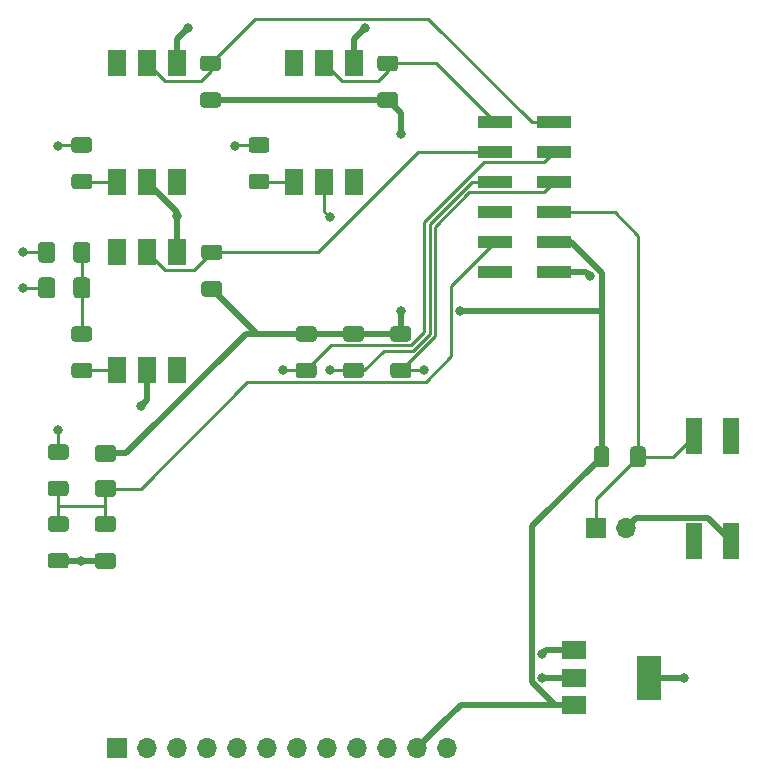
<source format=gbr>
%TF.GenerationSoftware,KiCad,Pcbnew,5.1.10*%
%TF.CreationDate,2021-09-26T09:29:56+10:00*%
%TF.ProjectId,pcb-sensor,7063622d-7365-46e7-936f-722e6b696361,rev?*%
%TF.SameCoordinates,Original*%
%TF.FileFunction,Copper,L1,Top*%
%TF.FilePolarity,Positive*%
%FSLAX46Y46*%
G04 Gerber Fmt 4.6, Leading zero omitted, Abs format (unit mm)*
G04 Created by KiCad (PCBNEW 5.1.10) date 2021-09-26 09:29:56*
%MOMM*%
%LPD*%
G01*
G04 APERTURE LIST*
%TA.AperFunction,SMDPad,CuDef*%
%ADD10R,1.500000X2.300000*%
%TD*%
%TA.AperFunction,SMDPad,CuDef*%
%ADD11R,2.000000X1.500000*%
%TD*%
%TA.AperFunction,SMDPad,CuDef*%
%ADD12R,2.000000X3.800000*%
%TD*%
%TA.AperFunction,ComponentPad*%
%ADD13O,1.700000X1.700000*%
%TD*%
%TA.AperFunction,ComponentPad*%
%ADD14R,1.700000X1.700000*%
%TD*%
%TA.AperFunction,SMDPad,CuDef*%
%ADD15R,1.400000X3.100000*%
%TD*%
%TA.AperFunction,SMDPad,CuDef*%
%ADD16R,3.000000X1.000000*%
%TD*%
%TA.AperFunction,ViaPad*%
%ADD17C,0.800000*%
%TD*%
%TA.AperFunction,Conductor*%
%ADD18C,0.500000*%
%TD*%
%TA.AperFunction,Conductor*%
%ADD19C,0.250000*%
%TD*%
G04 APERTURE END LIST*
D10*
%TO.P,U2,6*%
%TO.N,Net-(U2-Pad6)*%
X136000000Y-64000000D03*
%TO.P,U2,5*%
%TO.N,/PD4*%
X138540000Y-64000000D03*
%TO.P,U2,4*%
%TO.N,GND*%
X141080000Y-64000000D03*
%TO.P,U2,3*%
%TO.N,Net-(U2-Pad3)*%
X141080000Y-74000000D03*
%TO.P,U2,2*%
%TO.N,GND*%
X138540000Y-74000000D03*
%TO.P,U2,1*%
%TO.N,Net-(R4-Pad2)*%
X136000000Y-74000000D03*
%TD*%
%TO.P,U4,6*%
%TO.N,Net-(U4-Pad6)*%
X136000000Y-80000000D03*
%TO.P,U4,5*%
%TO.N,/PD6*%
X138540000Y-80000000D03*
%TO.P,U4,4*%
%TO.N,GND*%
X141080000Y-80000000D03*
%TO.P,U4,3*%
%TO.N,Net-(U4-Pad3)*%
X141080000Y-90000000D03*
%TO.P,U4,2*%
%TO.N,GND*%
X138540000Y-90000000D03*
%TO.P,U4,1*%
%TO.N,Net-(R1-Pad2)*%
X136000000Y-90000000D03*
%TD*%
%TO.P,U3,6*%
%TO.N,Net-(U3-Pad6)*%
X151000000Y-64000000D03*
%TO.P,U3,5*%
%TO.N,/PD5*%
X153540000Y-64000000D03*
%TO.P,U3,4*%
%TO.N,GND*%
X156080000Y-64000000D03*
%TO.P,U3,3*%
%TO.N,Net-(U3-Pad3)*%
X156080000Y-74000000D03*
%TO.P,U3,2*%
%TO.N,/COIL*%
X153540000Y-74000000D03*
%TO.P,U3,1*%
%TO.N,Net-(R7-Pad2)*%
X151000000Y-74000000D03*
%TD*%
D11*
%TO.P,U1,1*%
%TO.N,+12V*%
X174700000Y-113700000D03*
%TO.P,U1,3*%
%TO.N,+5V*%
X174700000Y-118300000D03*
%TO.P,U1,2*%
%TO.N,GND*%
X174700000Y-116000000D03*
D12*
%TO.P,U1,4*%
X181000000Y-116000000D03*
%TD*%
D13*
%TO.P,J3,2*%
%TO.N,GND*%
X179100000Y-103300000D03*
D14*
%TO.P,J3,1*%
%TO.N,/PD1*%
X176560000Y-103300000D03*
%TD*%
%TO.P,D3,2*%
%TO.N,/ADC7*%
%TA.AperFunction,SMDPad,CuDef*%
G36*
G01*
X134375000Y-99287500D02*
X135625000Y-99287500D01*
G75*
G02*
X135875000Y-99537500I0J-250000D01*
G01*
X135875000Y-100462500D01*
G75*
G02*
X135625000Y-100712500I-250000J0D01*
G01*
X134375000Y-100712500D01*
G75*
G02*
X134125000Y-100462500I0J250000D01*
G01*
X134125000Y-99537500D01*
G75*
G02*
X134375000Y-99287500I250000J0D01*
G01*
G37*
%TD.AperFunction*%
%TO.P,D3,1*%
%TO.N,+5V*%
%TA.AperFunction,SMDPad,CuDef*%
G36*
G01*
X134375000Y-96312500D02*
X135625000Y-96312500D01*
G75*
G02*
X135875000Y-96562500I0J-250000D01*
G01*
X135875000Y-97487500D01*
G75*
G02*
X135625000Y-97737500I-250000J0D01*
G01*
X134375000Y-97737500D01*
G75*
G02*
X134125000Y-97487500I0J250000D01*
G01*
X134125000Y-96562500D01*
G75*
G02*
X134375000Y-96312500I250000J0D01*
G01*
G37*
%TD.AperFunction*%
%TD*%
D13*
%TO.P,J2,12*%
%TO.N,GND*%
X163940000Y-122000000D03*
%TO.P,J2,11*%
%TO.N,+5V*%
X161400000Y-122000000D03*
%TO.P,J2,10*%
%TO.N,/PD2*%
X158860000Y-122000000D03*
%TO.P,J2,9*%
%TO.N,+12V*%
X156320000Y-122000000D03*
%TO.P,J2,8*%
%TO.N,/COIL*%
X153780000Y-122000000D03*
%TO.P,J2,7*%
%TO.N,/NEUTRAL*%
X151240000Y-122000000D03*
%TO.P,J2,6*%
%TO.N,/OIL_PRESSURE*%
X148700000Y-122000000D03*
%TO.P,J2,5*%
%TO.N,/KEY_12V*%
X146160000Y-122000000D03*
%TO.P,J2,4*%
%TO.N,/TURN_SIGNAL_LEFT*%
X143620000Y-122000000D03*
%TO.P,J2,3*%
%TO.N,/TURN_SIGNAL_RIGHT*%
X141080000Y-122000000D03*
%TO.P,J2,2*%
%TO.N,/HIGH_BEAM*%
X138540000Y-122000000D03*
D14*
%TO.P,J2,1*%
%TO.N,GND*%
X136000000Y-122000000D03*
%TD*%
D15*
%TO.P,U5,4*%
%TO.N,/PD1*%
X184800000Y-95550000D03*
%TO.P,U5,2*%
%TO.N,Net-(U5-Pad2)*%
X188000000Y-95550000D03*
%TO.P,U5,1*%
%TO.N,GND*%
X188000000Y-104450000D03*
%TO.P,U5,3*%
%TO.N,Net-(U5-Pad3)*%
X184800000Y-104450000D03*
%TD*%
%TO.P,R12,2*%
%TO.N,/PD1*%
%TA.AperFunction,SMDPad,CuDef*%
G36*
G01*
X179450000Y-97925000D02*
X179450000Y-96675000D01*
G75*
G02*
X179700000Y-96425000I250000J0D01*
G01*
X180500000Y-96425000D01*
G75*
G02*
X180750000Y-96675000I0J-250000D01*
G01*
X180750000Y-97925000D01*
G75*
G02*
X180500000Y-98175000I-250000J0D01*
G01*
X179700000Y-98175000D01*
G75*
G02*
X179450000Y-97925000I0J250000D01*
G01*
G37*
%TD.AperFunction*%
%TO.P,R12,1*%
%TO.N,+5V*%
%TA.AperFunction,SMDPad,CuDef*%
G36*
G01*
X176350000Y-97925000D02*
X176350000Y-96675000D01*
G75*
G02*
X176600000Y-96425000I250000J0D01*
G01*
X177400000Y-96425000D01*
G75*
G02*
X177650000Y-96675000I0J-250000D01*
G01*
X177650000Y-97925000D01*
G75*
G02*
X177400000Y-98175000I-250000J0D01*
G01*
X176600000Y-98175000D01*
G75*
G02*
X176350000Y-97925000I0J250000D01*
G01*
G37*
%TD.AperFunction*%
%TD*%
%TO.P,R11,2*%
%TO.N,/PD2*%
%TA.AperFunction,SMDPad,CuDef*%
G36*
G01*
X159375000Y-89350000D02*
X160625000Y-89350000D01*
G75*
G02*
X160875000Y-89600000I0J-250000D01*
G01*
X160875000Y-90400000D01*
G75*
G02*
X160625000Y-90650000I-250000J0D01*
G01*
X159375000Y-90650000D01*
G75*
G02*
X159125000Y-90400000I0J250000D01*
G01*
X159125000Y-89600000D01*
G75*
G02*
X159375000Y-89350000I250000J0D01*
G01*
G37*
%TD.AperFunction*%
%TO.P,R11,1*%
%TO.N,+5V*%
%TA.AperFunction,SMDPad,CuDef*%
G36*
G01*
X159375000Y-86250000D02*
X160625000Y-86250000D01*
G75*
G02*
X160875000Y-86500000I0J-250000D01*
G01*
X160875000Y-87300000D01*
G75*
G02*
X160625000Y-87550000I-250000J0D01*
G01*
X159375000Y-87550000D01*
G75*
G02*
X159125000Y-87300000I0J250000D01*
G01*
X159125000Y-86500000D01*
G75*
G02*
X159375000Y-86250000I250000J0D01*
G01*
G37*
%TD.AperFunction*%
%TD*%
%TO.P,R10,2*%
%TO.N,/PD6*%
%TA.AperFunction,SMDPad,CuDef*%
G36*
G01*
X144625000Y-80650000D02*
X143375000Y-80650000D01*
G75*
G02*
X143125000Y-80400000I0J250000D01*
G01*
X143125000Y-79600000D01*
G75*
G02*
X143375000Y-79350000I250000J0D01*
G01*
X144625000Y-79350000D01*
G75*
G02*
X144875000Y-79600000I0J-250000D01*
G01*
X144875000Y-80400000D01*
G75*
G02*
X144625000Y-80650000I-250000J0D01*
G01*
G37*
%TD.AperFunction*%
%TO.P,R10,1*%
%TO.N,+5V*%
%TA.AperFunction,SMDPad,CuDef*%
G36*
G01*
X144625000Y-83750000D02*
X143375000Y-83750000D01*
G75*
G02*
X143125000Y-83500000I0J250000D01*
G01*
X143125000Y-82700000D01*
G75*
G02*
X143375000Y-82450000I250000J0D01*
G01*
X144625000Y-82450000D01*
G75*
G02*
X144875000Y-82700000I0J-250000D01*
G01*
X144875000Y-83500000D01*
G75*
G02*
X144625000Y-83750000I-250000J0D01*
G01*
G37*
%TD.AperFunction*%
%TD*%
%TO.P,R9,2*%
%TO.N,/PD5*%
%TA.AperFunction,SMDPad,CuDef*%
G36*
G01*
X159525000Y-64650000D02*
X158275000Y-64650000D01*
G75*
G02*
X158025000Y-64400000I0J250000D01*
G01*
X158025000Y-63600000D01*
G75*
G02*
X158275000Y-63350000I250000J0D01*
G01*
X159525000Y-63350000D01*
G75*
G02*
X159775000Y-63600000I0J-250000D01*
G01*
X159775000Y-64400000D01*
G75*
G02*
X159525000Y-64650000I-250000J0D01*
G01*
G37*
%TD.AperFunction*%
%TO.P,R9,1*%
%TO.N,+5V*%
%TA.AperFunction,SMDPad,CuDef*%
G36*
G01*
X159525000Y-67750000D02*
X158275000Y-67750000D01*
G75*
G02*
X158025000Y-67500000I0J250000D01*
G01*
X158025000Y-66700000D01*
G75*
G02*
X158275000Y-66450000I250000J0D01*
G01*
X159525000Y-66450000D01*
G75*
G02*
X159775000Y-66700000I0J-250000D01*
G01*
X159775000Y-67500000D01*
G75*
G02*
X159525000Y-67750000I-250000J0D01*
G01*
G37*
%TD.AperFunction*%
%TD*%
%TO.P,R8,2*%
%TO.N,/PD4*%
%TA.AperFunction,SMDPad,CuDef*%
G36*
G01*
X144525000Y-64650000D02*
X143275000Y-64650000D01*
G75*
G02*
X143025000Y-64400000I0J250000D01*
G01*
X143025000Y-63600000D01*
G75*
G02*
X143275000Y-63350000I250000J0D01*
G01*
X144525000Y-63350000D01*
G75*
G02*
X144775000Y-63600000I0J-250000D01*
G01*
X144775000Y-64400000D01*
G75*
G02*
X144525000Y-64650000I-250000J0D01*
G01*
G37*
%TD.AperFunction*%
%TO.P,R8,1*%
%TO.N,+5V*%
%TA.AperFunction,SMDPad,CuDef*%
G36*
G01*
X144525000Y-67750000D02*
X143275000Y-67750000D01*
G75*
G02*
X143025000Y-67500000I0J250000D01*
G01*
X143025000Y-66700000D01*
G75*
G02*
X143275000Y-66450000I250000J0D01*
G01*
X144525000Y-66450000D01*
G75*
G02*
X144775000Y-66700000I0J-250000D01*
G01*
X144775000Y-67500000D01*
G75*
G02*
X144525000Y-67750000I-250000J0D01*
G01*
G37*
%TD.AperFunction*%
%TD*%
%TO.P,R7,2*%
%TO.N,Net-(R7-Pad2)*%
%TA.AperFunction,SMDPad,CuDef*%
G36*
G01*
X147375000Y-73350000D02*
X148625000Y-73350000D01*
G75*
G02*
X148875000Y-73600000I0J-250000D01*
G01*
X148875000Y-74400000D01*
G75*
G02*
X148625000Y-74650000I-250000J0D01*
G01*
X147375000Y-74650000D01*
G75*
G02*
X147125000Y-74400000I0J250000D01*
G01*
X147125000Y-73600000D01*
G75*
G02*
X147375000Y-73350000I250000J0D01*
G01*
G37*
%TD.AperFunction*%
%TO.P,R7,1*%
%TO.N,/KEY_12V*%
%TA.AperFunction,SMDPad,CuDef*%
G36*
G01*
X147375000Y-70250000D02*
X148625000Y-70250000D01*
G75*
G02*
X148875000Y-70500000I0J-250000D01*
G01*
X148875000Y-71300000D01*
G75*
G02*
X148625000Y-71550000I-250000J0D01*
G01*
X147375000Y-71550000D01*
G75*
G02*
X147125000Y-71300000I0J250000D01*
G01*
X147125000Y-70500000D01*
G75*
G02*
X147375000Y-70250000I250000J0D01*
G01*
G37*
%TD.AperFunction*%
%TD*%
%TO.P,R4,2*%
%TO.N,Net-(R4-Pad2)*%
%TA.AperFunction,SMDPad,CuDef*%
G36*
G01*
X132375000Y-73350000D02*
X133625000Y-73350000D01*
G75*
G02*
X133875000Y-73600000I0J-250000D01*
G01*
X133875000Y-74400000D01*
G75*
G02*
X133625000Y-74650000I-250000J0D01*
G01*
X132375000Y-74650000D01*
G75*
G02*
X132125000Y-74400000I0J250000D01*
G01*
X132125000Y-73600000D01*
G75*
G02*
X132375000Y-73350000I250000J0D01*
G01*
G37*
%TD.AperFunction*%
%TO.P,R4,1*%
%TO.N,/HIGH_BEAM*%
%TA.AperFunction,SMDPad,CuDef*%
G36*
G01*
X132375000Y-70250000D02*
X133625000Y-70250000D01*
G75*
G02*
X133875000Y-70500000I0J-250000D01*
G01*
X133875000Y-71300000D01*
G75*
G02*
X133625000Y-71550000I-250000J0D01*
G01*
X132375000Y-71550000D01*
G75*
G02*
X132125000Y-71300000I0J250000D01*
G01*
X132125000Y-70500000D01*
G75*
G02*
X132375000Y-70250000I250000J0D01*
G01*
G37*
%TD.AperFunction*%
%TD*%
%TO.P,R6,2*%
%TO.N,GND*%
%TA.AperFunction,SMDPad,CuDef*%
G36*
G01*
X130375000Y-105450000D02*
X131625000Y-105450000D01*
G75*
G02*
X131875000Y-105700000I0J-250000D01*
G01*
X131875000Y-106500000D01*
G75*
G02*
X131625000Y-106750000I-250000J0D01*
G01*
X130375000Y-106750000D01*
G75*
G02*
X130125000Y-106500000I0J250000D01*
G01*
X130125000Y-105700000D01*
G75*
G02*
X130375000Y-105450000I250000J0D01*
G01*
G37*
%TD.AperFunction*%
%TO.P,R6,1*%
%TO.N,/ADC7*%
%TA.AperFunction,SMDPad,CuDef*%
G36*
G01*
X130375000Y-102350000D02*
X131625000Y-102350000D01*
G75*
G02*
X131875000Y-102600000I0J-250000D01*
G01*
X131875000Y-103400000D01*
G75*
G02*
X131625000Y-103650000I-250000J0D01*
G01*
X130375000Y-103650000D01*
G75*
G02*
X130125000Y-103400000I0J250000D01*
G01*
X130125000Y-102600000D01*
G75*
G02*
X130375000Y-102350000I250000J0D01*
G01*
G37*
%TD.AperFunction*%
%TD*%
%TO.P,R5,2*%
%TO.N,/ADC7*%
%TA.AperFunction,SMDPad,CuDef*%
G36*
G01*
X130375000Y-99350000D02*
X131625000Y-99350000D01*
G75*
G02*
X131875000Y-99600000I0J-250000D01*
G01*
X131875000Y-100400000D01*
G75*
G02*
X131625000Y-100650000I-250000J0D01*
G01*
X130375000Y-100650000D01*
G75*
G02*
X130125000Y-100400000I0J250000D01*
G01*
X130125000Y-99600000D01*
G75*
G02*
X130375000Y-99350000I250000J0D01*
G01*
G37*
%TD.AperFunction*%
%TO.P,R5,1*%
%TO.N,/KEY_12V*%
%TA.AperFunction,SMDPad,CuDef*%
G36*
G01*
X130375000Y-96250000D02*
X131625000Y-96250000D01*
G75*
G02*
X131875000Y-96500000I0J-250000D01*
G01*
X131875000Y-97300000D01*
G75*
G02*
X131625000Y-97550000I-250000J0D01*
G01*
X130375000Y-97550000D01*
G75*
G02*
X130125000Y-97300000I0J250000D01*
G01*
X130125000Y-96500000D01*
G75*
G02*
X130375000Y-96250000I250000J0D01*
G01*
G37*
%TD.AperFunction*%
%TD*%
%TO.P,C1,2*%
%TO.N,GND*%
%TA.AperFunction,SMDPad,CuDef*%
G36*
G01*
X134349999Y-105462500D02*
X135650001Y-105462500D01*
G75*
G02*
X135900000Y-105712499I0J-249999D01*
G01*
X135900000Y-106537501D01*
G75*
G02*
X135650001Y-106787500I-249999J0D01*
G01*
X134349999Y-106787500D01*
G75*
G02*
X134100000Y-106537501I0J249999D01*
G01*
X134100000Y-105712499D01*
G75*
G02*
X134349999Y-105462500I249999J0D01*
G01*
G37*
%TD.AperFunction*%
%TO.P,C1,1*%
%TO.N,/ADC7*%
%TA.AperFunction,SMDPad,CuDef*%
G36*
G01*
X134349999Y-102337500D02*
X135650001Y-102337500D01*
G75*
G02*
X135900000Y-102587499I0J-249999D01*
G01*
X135900000Y-103412501D01*
G75*
G02*
X135650001Y-103662500I-249999J0D01*
G01*
X134349999Y-103662500D01*
G75*
G02*
X134100000Y-103412501I0J249999D01*
G01*
X134100000Y-102587499D01*
G75*
G02*
X134349999Y-102337500I249999J0D01*
G01*
G37*
%TD.AperFunction*%
%TD*%
%TO.P,R3,2*%
%TO.N,/OIL_PRESSURE*%
%TA.AperFunction,SMDPad,CuDef*%
G36*
G01*
X151375000Y-89350000D02*
X152625000Y-89350000D01*
G75*
G02*
X152875000Y-89600000I0J-250000D01*
G01*
X152875000Y-90400000D01*
G75*
G02*
X152625000Y-90650000I-250000J0D01*
G01*
X151375000Y-90650000D01*
G75*
G02*
X151125000Y-90400000I0J250000D01*
G01*
X151125000Y-89600000D01*
G75*
G02*
X151375000Y-89350000I250000J0D01*
G01*
G37*
%TD.AperFunction*%
%TO.P,R3,1*%
%TO.N,+5V*%
%TA.AperFunction,SMDPad,CuDef*%
G36*
G01*
X151375000Y-86250000D02*
X152625000Y-86250000D01*
G75*
G02*
X152875000Y-86500000I0J-250000D01*
G01*
X152875000Y-87300000D01*
G75*
G02*
X152625000Y-87550000I-250000J0D01*
G01*
X151375000Y-87550000D01*
G75*
G02*
X151125000Y-87300000I0J250000D01*
G01*
X151125000Y-86500000D01*
G75*
G02*
X151375000Y-86250000I250000J0D01*
G01*
G37*
%TD.AperFunction*%
%TD*%
%TO.P,R2,2*%
%TO.N,/NEUTRAL*%
%TA.AperFunction,SMDPad,CuDef*%
G36*
G01*
X155375000Y-89350000D02*
X156625000Y-89350000D01*
G75*
G02*
X156875000Y-89600000I0J-250000D01*
G01*
X156875000Y-90400000D01*
G75*
G02*
X156625000Y-90650000I-250000J0D01*
G01*
X155375000Y-90650000D01*
G75*
G02*
X155125000Y-90400000I0J250000D01*
G01*
X155125000Y-89600000D01*
G75*
G02*
X155375000Y-89350000I250000J0D01*
G01*
G37*
%TD.AperFunction*%
%TO.P,R2,1*%
%TO.N,+5V*%
%TA.AperFunction,SMDPad,CuDef*%
G36*
G01*
X155375000Y-86250000D02*
X156625000Y-86250000D01*
G75*
G02*
X156875000Y-86500000I0J-250000D01*
G01*
X156875000Y-87300000D01*
G75*
G02*
X156625000Y-87550000I-250000J0D01*
G01*
X155375000Y-87550000D01*
G75*
G02*
X155125000Y-87300000I0J250000D01*
G01*
X155125000Y-86500000D01*
G75*
G02*
X155375000Y-86250000I250000J0D01*
G01*
G37*
%TD.AperFunction*%
%TD*%
%TO.P,R1,2*%
%TO.N,Net-(R1-Pad2)*%
%TA.AperFunction,SMDPad,CuDef*%
G36*
G01*
X132375000Y-89350000D02*
X133625000Y-89350000D01*
G75*
G02*
X133875000Y-89600000I0J-250000D01*
G01*
X133875000Y-90400000D01*
G75*
G02*
X133625000Y-90650000I-250000J0D01*
G01*
X132375000Y-90650000D01*
G75*
G02*
X132125000Y-90400000I0J250000D01*
G01*
X132125000Y-89600000D01*
G75*
G02*
X132375000Y-89350000I250000J0D01*
G01*
G37*
%TD.AperFunction*%
%TO.P,R1,1*%
%TO.N,Net-(D1-Pad1)*%
%TA.AperFunction,SMDPad,CuDef*%
G36*
G01*
X132375000Y-86250000D02*
X133625000Y-86250000D01*
G75*
G02*
X133875000Y-86500000I0J-250000D01*
G01*
X133875000Y-87300000D01*
G75*
G02*
X133625000Y-87550000I-250000J0D01*
G01*
X132375000Y-87550000D01*
G75*
G02*
X132125000Y-87300000I0J250000D01*
G01*
X132125000Y-86500000D01*
G75*
G02*
X132375000Y-86250000I250000J0D01*
G01*
G37*
%TD.AperFunction*%
%TD*%
%TO.P,D2,2*%
%TO.N,/TURN_SIGNAL_RIGHT*%
%TA.AperFunction,SMDPad,CuDef*%
G36*
G01*
X130737500Y-79375000D02*
X130737500Y-80625000D01*
G75*
G02*
X130487500Y-80875000I-250000J0D01*
G01*
X129562500Y-80875000D01*
G75*
G02*
X129312500Y-80625000I0J250000D01*
G01*
X129312500Y-79375000D01*
G75*
G02*
X129562500Y-79125000I250000J0D01*
G01*
X130487500Y-79125000D01*
G75*
G02*
X130737500Y-79375000I0J-250000D01*
G01*
G37*
%TD.AperFunction*%
%TO.P,D2,1*%
%TO.N,Net-(D1-Pad1)*%
%TA.AperFunction,SMDPad,CuDef*%
G36*
G01*
X133712500Y-79375000D02*
X133712500Y-80625000D01*
G75*
G02*
X133462500Y-80875000I-250000J0D01*
G01*
X132537500Y-80875000D01*
G75*
G02*
X132287500Y-80625000I0J250000D01*
G01*
X132287500Y-79375000D01*
G75*
G02*
X132537500Y-79125000I250000J0D01*
G01*
X133462500Y-79125000D01*
G75*
G02*
X133712500Y-79375000I0J-250000D01*
G01*
G37*
%TD.AperFunction*%
%TD*%
%TO.P,D1,2*%
%TO.N,/TURN_SIGNAL_LEFT*%
%TA.AperFunction,SMDPad,CuDef*%
G36*
G01*
X130737500Y-82375000D02*
X130737500Y-83625000D01*
G75*
G02*
X130487500Y-83875000I-250000J0D01*
G01*
X129562500Y-83875000D01*
G75*
G02*
X129312500Y-83625000I0J250000D01*
G01*
X129312500Y-82375000D01*
G75*
G02*
X129562500Y-82125000I250000J0D01*
G01*
X130487500Y-82125000D01*
G75*
G02*
X130737500Y-82375000I0J-250000D01*
G01*
G37*
%TD.AperFunction*%
%TO.P,D1,1*%
%TO.N,Net-(D1-Pad1)*%
%TA.AperFunction,SMDPad,CuDef*%
G36*
G01*
X133712500Y-82375000D02*
X133712500Y-83625000D01*
G75*
G02*
X133462500Y-83875000I-250000J0D01*
G01*
X132537500Y-83875000D01*
G75*
G02*
X132287500Y-83625000I0J250000D01*
G01*
X132287500Y-82375000D01*
G75*
G02*
X132537500Y-82125000I250000J0D01*
G01*
X133462500Y-82125000D01*
G75*
G02*
X133712500Y-82375000I0J-250000D01*
G01*
G37*
%TD.AperFunction*%
%TD*%
D16*
%TO.P,J1,12*%
%TO.N,/ADC6*%
X167955000Y-81700000D03*
%TO.P,J1,11*%
%TO.N,GND*%
X172995000Y-81700000D03*
%TO.P,J1,10*%
%TO.N,/ADC7*%
X167955000Y-79160000D03*
%TO.P,J1,9*%
%TO.N,+5V*%
X172995000Y-79160000D03*
%TO.P,J1,8*%
%TO.N,/PB0*%
X167955000Y-76620000D03*
%TO.P,J1,7*%
%TO.N,/PD1*%
X172995000Y-76620000D03*
%TO.P,J1,6*%
%TO.N,/NEUTRAL*%
X167955000Y-74080000D03*
%TO.P,J1,5*%
%TO.N,/PD2*%
X172995000Y-74080000D03*
%TO.P,J1,4*%
%TO.N,/PD6*%
X167955000Y-71540000D03*
%TO.P,J1,3*%
%TO.N,/OIL_PRESSURE*%
X172995000Y-71540000D03*
%TO.P,J1,2*%
%TO.N,/PD5*%
X167955000Y-69000000D03*
%TO.P,J1,1*%
%TO.N,/PD4*%
X172995000Y-69000000D03*
%TD*%
D17*
%TO.N,GND*%
X176000000Y-82000000D03*
X184000000Y-116000000D03*
X172000000Y-116000000D03*
X132900000Y-106100000D03*
X141080000Y-76920000D03*
X142000000Y-61000000D03*
X157000000Y-61000000D03*
X138000000Y-93000000D03*
%TO.N,+5V*%
X160000000Y-85000000D03*
X165000000Y-85000000D03*
X160000000Y-70000000D03*
%TO.N,/KEY_12V*%
X146000000Y-71000000D03*
X131000000Y-95000000D03*
%TO.N,/TURN_SIGNAL_LEFT*%
X128000000Y-83000000D03*
%TO.N,/TURN_SIGNAL_RIGHT*%
X128000000Y-80000000D03*
%TO.N,/NEUTRAL*%
X154000000Y-90000000D03*
%TO.N,/HIGH_BEAM*%
X131000000Y-71000000D03*
%TO.N,/COIL*%
X154000000Y-77000000D03*
%TO.N,/OIL_PRESSURE*%
X150000000Y-90000000D03*
%TO.N,+12V*%
X172000000Y-114000000D03*
%TO.N,/PD2*%
X162000000Y-90000000D03*
%TD*%
D18*
%TO.N,GND*%
X175700000Y-81700000D02*
X176000000Y-82000000D01*
X172995000Y-81700000D02*
X175700000Y-81700000D01*
X181000000Y-116000000D02*
X184000000Y-116000000D01*
X174700000Y-116000000D02*
X172000000Y-116000000D01*
X134975000Y-106100000D02*
X135000000Y-106125000D01*
X131000000Y-106100000D02*
X132900000Y-106100000D01*
X132900000Y-106100000D02*
X134975000Y-106100000D01*
X141080000Y-76540000D02*
X138540000Y-74000000D01*
X141080000Y-80000000D02*
X141080000Y-76920000D01*
X141080000Y-76920000D02*
X141080000Y-76540000D01*
X141080000Y-61920000D02*
X142000000Y-61000000D01*
X141080000Y-64000000D02*
X141080000Y-61920000D01*
X156080000Y-61920000D02*
X157000000Y-61000000D01*
X156080000Y-64000000D02*
X156080000Y-61920000D01*
X138540000Y-92460000D02*
X138000000Y-93000000D01*
X138540000Y-90000000D02*
X138540000Y-92460000D01*
X185999999Y-102449999D02*
X188000000Y-104450000D01*
X179950001Y-102449999D02*
X185999999Y-102449999D01*
X179100000Y-103300000D02*
X179950001Y-102449999D01*
D19*
%TO.N,/ADC7*%
X135000000Y-101500000D02*
X131000000Y-101500000D01*
X131000000Y-101500000D02*
X131000000Y-103000000D01*
X131000000Y-100000000D02*
X131000000Y-101500000D01*
X135000000Y-100000000D02*
X135000000Y-101500000D01*
X135000000Y-101500000D02*
X135000000Y-103000000D01*
X135000000Y-100000000D02*
X138000000Y-100000000D01*
X164274999Y-88798003D02*
X164274999Y-82840001D01*
X164274999Y-82840001D02*
X167955000Y-79160000D01*
X162097992Y-90975010D02*
X164274999Y-88798003D01*
X147024990Y-90975010D02*
X162097992Y-90975010D01*
X138000000Y-100000000D02*
X147024990Y-90975010D01*
D18*
%TO.N,+5V*%
X160000000Y-86900000D02*
X156000000Y-86900000D01*
X156000000Y-86900000D02*
X152000000Y-86900000D01*
X147800000Y-86900000D02*
X144000000Y-83100000D01*
X152000000Y-86900000D02*
X147800000Y-86900000D01*
X158900000Y-67100000D02*
X143900000Y-67100000D01*
X146890002Y-86900000D02*
X147800000Y-86900000D01*
X136765002Y-97025000D02*
X146890002Y-86900000D01*
X135000000Y-97025000D02*
X136765002Y-97025000D01*
X174418002Y-79160000D02*
X172995000Y-79160000D01*
X177000000Y-81741998D02*
X174418002Y-79160000D01*
X171149999Y-103150001D02*
X177000000Y-97300000D01*
X173041998Y-118300000D02*
X171149999Y-116408001D01*
X174700000Y-118300000D02*
X173041998Y-118300000D01*
X171149999Y-116408001D02*
X171149999Y-103150001D01*
X174700000Y-118300000D02*
X165100000Y-118300000D01*
X163600000Y-119800000D02*
X165000000Y-118400000D01*
X165100000Y-118300000D02*
X163600000Y-119800000D01*
X161400000Y-122000000D02*
X163600000Y-119800000D01*
X160000000Y-86900000D02*
X160000000Y-85000000D01*
X165000000Y-85000000D02*
X177000000Y-85000000D01*
X177000000Y-85000000D02*
X177000000Y-81741998D01*
X177000000Y-97300000D02*
X177000000Y-85000000D01*
X160000000Y-68200000D02*
X158900000Y-67100000D01*
X160000000Y-70000000D02*
X160000000Y-68200000D01*
D19*
%TO.N,/PD6*%
X142524999Y-81475001D02*
X144000000Y-80000000D01*
X140015001Y-81475001D02*
X142524999Y-81475001D01*
X138540000Y-80000000D02*
X140015001Y-81475001D01*
X144000000Y-80000000D02*
X153000000Y-80000000D01*
X161460000Y-71540000D02*
X167955000Y-71540000D01*
X153000000Y-80000000D02*
X161460000Y-71540000D01*
%TO.N,/PD5*%
X158074999Y-65475001D02*
X155015001Y-65475001D01*
X155015001Y-65475001D02*
X153540000Y-64000000D01*
X158900000Y-64650000D02*
X158074999Y-65475001D01*
X158900000Y-64000000D02*
X158900000Y-64650000D01*
X162955000Y-64000000D02*
X167955000Y-69000000D01*
X158900000Y-64000000D02*
X162955000Y-64000000D01*
%TO.N,/KEY_12V*%
X146100000Y-70900000D02*
X146000000Y-71000000D01*
X148000000Y-70900000D02*
X146100000Y-70900000D01*
X131000000Y-95000000D02*
X131000000Y-96900000D01*
%TO.N,/TURN_SIGNAL_LEFT*%
X130025000Y-83000000D02*
X128000000Y-83000000D01*
%TO.N,Net-(D1-Pad1)*%
X133000000Y-80000000D02*
X133000000Y-83000000D01*
X133000000Y-83000000D02*
X133000000Y-86900000D01*
%TO.N,/TURN_SIGNAL_RIGHT*%
X130025000Y-80000000D02*
X128000000Y-80000000D01*
%TO.N,/PD1*%
X176560000Y-100840000D02*
X180100000Y-97300000D01*
X176560000Y-103300000D02*
X176560000Y-100840000D01*
X178120002Y-76620000D02*
X172995000Y-76620000D01*
X180100000Y-78599998D02*
X178120002Y-76620000D01*
X180100000Y-97300000D02*
X180100000Y-78599998D01*
X183050000Y-97300000D02*
X184800000Y-95550000D01*
X180100000Y-97300000D02*
X183050000Y-97300000D01*
%TO.N,/NEUTRAL*%
X156875000Y-90000000D02*
X158549980Y-88325020D01*
X156000000Y-90000000D02*
X156875000Y-90000000D01*
X161049581Y-88325019D02*
X162450010Y-86924590D01*
X158549980Y-88325020D02*
X161049581Y-88325019D01*
X162450010Y-86924590D02*
X162450010Y-77636398D01*
X166006408Y-74080000D02*
X167955000Y-74080000D01*
X162450010Y-77636398D02*
X166006408Y-74080000D01*
X156000000Y-90000000D02*
X154000000Y-90000000D01*
%TO.N,/PD4*%
X140015001Y-65475001D02*
X138540000Y-64000000D01*
X143074999Y-65475001D02*
X140015001Y-65475001D01*
X143900000Y-64650000D02*
X143074999Y-65475001D01*
X143900000Y-64000000D02*
X143900000Y-64650000D01*
X171072748Y-69000000D02*
X172995000Y-69000000D01*
X162347747Y-60274999D02*
X171072748Y-69000000D01*
X147625001Y-60274999D02*
X162347747Y-60274999D01*
X143900000Y-64000000D02*
X147625001Y-60274999D01*
%TO.N,Net-(R1-Pad2)*%
X133000000Y-90000000D02*
X136000000Y-90000000D01*
%TO.N,Net-(R4-Pad2)*%
X133000000Y-74000000D02*
X136000000Y-74000000D01*
%TO.N,/HIGH_BEAM*%
X131100000Y-70900000D02*
X131000000Y-71000000D01*
X133000000Y-70900000D02*
X131100000Y-70900000D01*
%TO.N,Net-(R7-Pad2)*%
X148000000Y-74000000D02*
X151000000Y-74000000D01*
%TO.N,/COIL*%
X153540000Y-76540000D02*
X153540000Y-74000000D01*
X154000000Y-77000000D02*
X153540000Y-76540000D01*
%TO.N,/OIL_PRESSURE*%
X172169999Y-72365001D02*
X172995000Y-71540000D01*
X162000000Y-77449998D02*
X167084997Y-72365001D01*
X167084997Y-72365001D02*
X172169999Y-72365001D01*
X162000000Y-86738190D02*
X162000000Y-77449998D01*
X160863180Y-87875010D02*
X162000000Y-86738190D01*
X154124990Y-87875010D02*
X160863180Y-87875010D01*
X152000000Y-90000000D02*
X154124990Y-87875010D01*
X152000000Y-90000000D02*
X150000000Y-90000000D01*
D18*
%TO.N,+12V*%
X172300000Y-113700000D02*
X172000000Y-114000000D01*
X174700000Y-113700000D02*
X172300000Y-113700000D01*
D19*
%TO.N,/PD2*%
X172169999Y-74905001D02*
X172995000Y-74080000D01*
X165817817Y-74905001D02*
X172169999Y-74905001D01*
X162900020Y-77822798D02*
X165817817Y-74905001D01*
X162900020Y-87110990D02*
X162900020Y-77822798D01*
X160011010Y-90000000D02*
X162900020Y-87110990D01*
X160000000Y-90000000D02*
X160011010Y-90000000D01*
X160000000Y-90000000D02*
X162000000Y-90000000D01*
%TD*%
M02*

</source>
